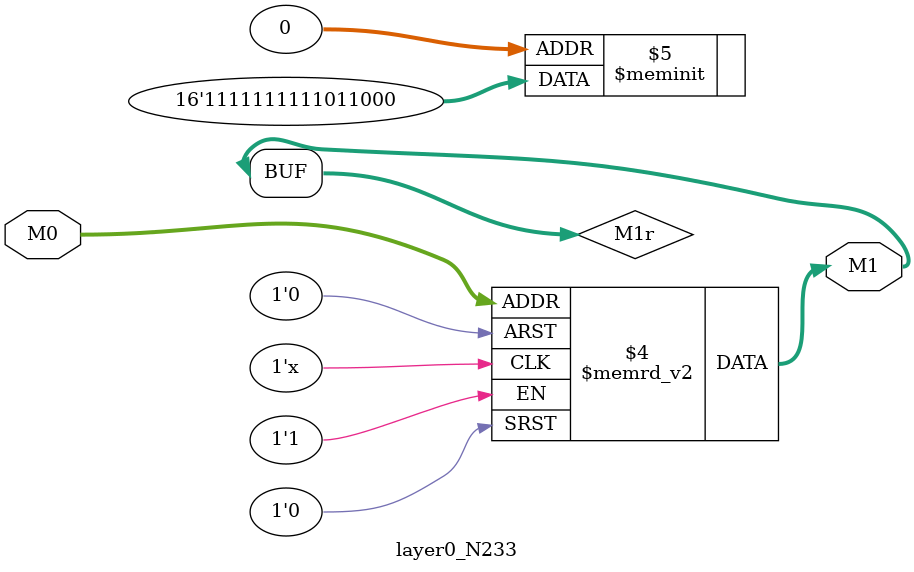
<source format=v>
module layer0_N233 ( input [2:0] M0, output [1:0] M1 );

	(*rom_style = "distributed" *) reg [1:0] M1r;
	assign M1 = M1r;
	always @ (M0) begin
		case (M0)
			3'b000: M1r = 2'b00;
			3'b100: M1r = 2'b11;
			3'b010: M1r = 2'b01;
			3'b110: M1r = 2'b11;
			3'b001: M1r = 2'b10;
			3'b101: M1r = 2'b11;
			3'b011: M1r = 2'b11;
			3'b111: M1r = 2'b11;

		endcase
	end
endmodule

</source>
